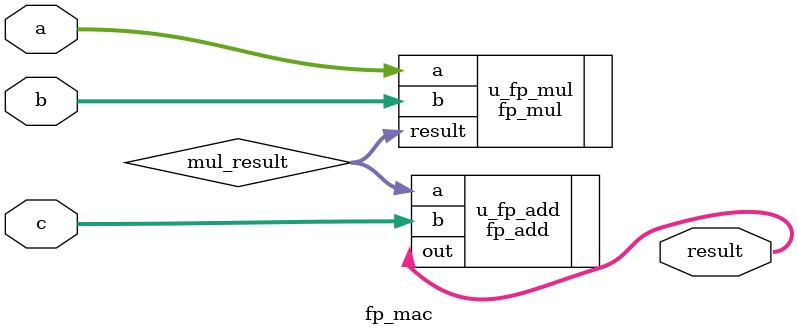
<source format=v>
`timescale 1ns / 1ps
module PE_core#(
    parameter ARRAY_SIZE = 32,
    parameter SRAM_DATA_WIDTH = 1024, // 32*32=1024
    parameter DATA_WIDTH = 32,       // 32-bit floating point
    parameter K_ACCUM_DEPTH = 64,    // Accumulation depth
    parameter OUTCOME_WIDTH = 32     // Output 32-bit floating point
)
(
    input clk,
    input srstn,
    input alu_start,
    input [8:0] cycle_num,
    input [SRAM_DATA_WIDTH-1:0] sram_rdata_w, // A column of the matrix
    input [DATA_WIDTH-1:0] sram_rdata_v,      // A single vector value
    output [(ARRAY_SIZE * OUTCOME_WIDTH) - 1:0] mul_outcome
);

// Internal registers
reg [DATA_WIDTH-1:0] weight_queue [0:ARRAY_SIZE-1];
reg [OUTCOME_WIDTH-1:0] acc_reg [0:ARRAY_SIZE-1];

// Loop variable
integer i;

// Weight queue loading logic
always @(posedge clk) begin
    if (~srstn) begin
        for (i = 0; i < ARRAY_SIZE; i = i + 1) begin
            weight_queue[i] <= 32'b0;
        end
    end else if (alu_start) begin
        for (i = 0; i < ARRAY_SIZE; i = i + 1) begin
            // Load a slice of the wide SRAM data into each weight queue element
            weight_queue[i] <= sram_rdata_w[i*DATA_WIDTH +: DATA_WIDTH];
        end
    end
end

// *** MODIFICATION START ***
// The separate mul_result and add_result wires are replaced by a single mac_result wire.
wire [OUTCOME_WIDTH-1:0] mac_result [0:ARRAY_SIZE-1];

genvar gi;
generate
    // Instantiate the new fp_mac unit for each element in the array.
    // This replaces the separate fp_mul and fp_add instantiations.
    for (gi = 0; gi < ARRAY_SIZE; gi = gi + 1) begin: MAC_PIPE
        fp_mac u_fp_mac (
            .a(weight_queue[gi]), // Multiplicand 1
            .b(sram_rdata_v),     // Multiplicand 2
            .c(acc_reg[gi]),      // Value to add (from accumulator)
            .result(mac_result[gi]) // Output of the MAC operation
        );
    end
endgenerate

// Accumulator register logic
always @(posedge clk) begin
    if(~srstn) begin
        for(i=0; i<ARRAY_SIZE; i=i+1) begin
            acc_reg[i] <= 32'b0;
        end
    // The accumulation now uses the result from the fp_mac unit
    end else if(alu_start & cycle_num < K_ACCUM_DEPTH - 1) begin
        for(i=0; i<ARRAY_SIZE; i=i+1) begin
            acc_reg[i] <= mac_result[i];
        end
    end
end
// *** MODIFICATION END ***


// Combinational logic to assign accumulator values to the output port
reg [(ARRAY_SIZE * OUTCOME_WIDTH) - 1:0] mul_outcome_reg;
always @(*) begin
    for(i=0; i<ARRAY_SIZE; i=i+1) begin
        // This maps acc_reg[i] to the corresponding slice of the output vector.
        // The indexing reverses the order, so mul_outcome = {acc_reg[0], acc_reg[1], ...}
        mul_outcome_reg[((ARRAY_SIZE-i) * OUTCOME_WIDTH) - 1 -: OUTCOME_WIDTH] = acc_reg[i];
    end
end
assign mul_outcome = mul_outcome_reg;

endmodule


// *** NEW MODULE ***
// Floating-Point Multiply-Accumulate (MAC) Unit
// This module wraps the fp_mul and fp_add modules into a single unit.
// It performs the operation: result = (a * b) + c
module fp_mac (
    input  [31:0] a,
    input  [31:0] b,
    input  [31:0] c,
    output [31:0] result
);

    // Internal wire for the multiplication result
    wire [31:0] mul_result;

    // Instantiate the multiplier
    fp_mul u_fp_mul (
        .a(a),
        .b(b),
        .result(mul_result)
    );

    // Instantiate the adder
    // It adds the multiplication result to the input 'c'
    fp_add u_fp_add (
        .a(mul_result),
        .b(c),
        .out(result)
    );

endmodule

</source>
